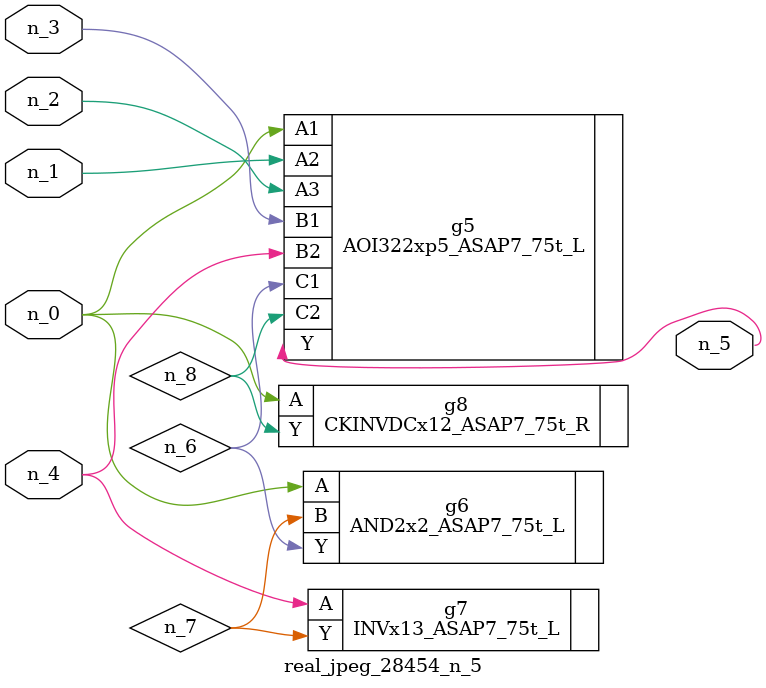
<source format=v>
module real_jpeg_28454_n_5 (n_4, n_0, n_1, n_2, n_3, n_5);

input n_4;
input n_0;
input n_1;
input n_2;
input n_3;

output n_5;

wire n_8;
wire n_6;
wire n_7;

AOI322xp5_ASAP7_75t_L g5 ( 
.A1(n_0),
.A2(n_1),
.A3(n_2),
.B1(n_3),
.B2(n_4),
.C1(n_6),
.C2(n_8),
.Y(n_5)
);

AND2x2_ASAP7_75t_L g6 ( 
.A(n_0),
.B(n_7),
.Y(n_6)
);

CKINVDCx12_ASAP7_75t_R g8 ( 
.A(n_0),
.Y(n_8)
);

INVx13_ASAP7_75t_L g7 ( 
.A(n_4),
.Y(n_7)
);


endmodule
</source>
